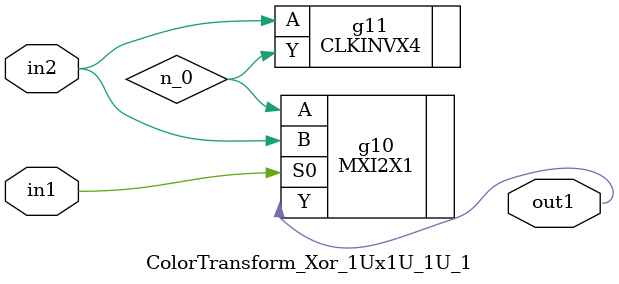
<source format=v>
`timescale 1ps / 1ps


module ColorTransform_Xor_1Ux1U_1U_1(in2, in1, out1);
  input in2, in1;
  output out1;
  wire in2, in1;
  wire out1;
  wire n_0;
  MXI2X1 g10(.A (n_0), .B (in2), .S0 (in1), .Y (out1));
  CLKINVX4 g11(.A (in2), .Y (n_0));
endmodule



</source>
